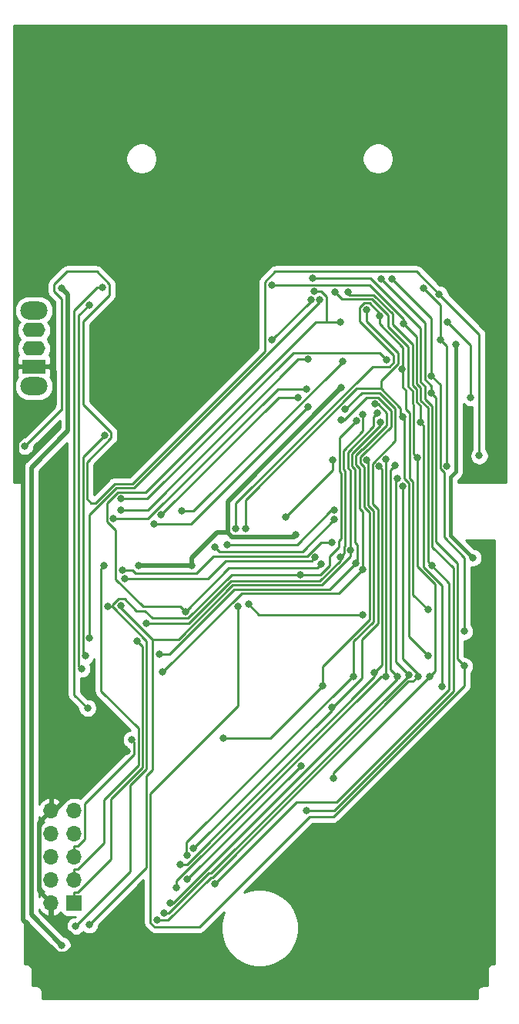
<source format=gbl>
%TF.GenerationSoftware,KiCad,Pcbnew,(5.1.10-1-10_14)*%
%TF.CreationDate,2023-03-17T22:16:36+08:00*%
%TF.ProjectId,GB_MemoryBackup_Mainboard,47425f4d-656d-46f7-9279-4261636b7570,1.2*%
%TF.SameCoordinates,Original*%
%TF.FileFunction,Copper,L2,Bot*%
%TF.FilePolarity,Positive*%
%FSLAX46Y46*%
G04 Gerber Fmt 4.6, Leading zero omitted, Abs format (unit mm)*
G04 Created by KiCad (PCBNEW (5.1.10-1-10_14)) date 2023-03-17 22:16:36*
%MOMM*%
%LPD*%
G01*
G04 APERTURE LIST*
%TA.AperFunction,ComponentPad*%
%ADD10O,3.000000X2.000000*%
%TD*%
%TA.AperFunction,ComponentPad*%
%ADD11O,2.500000X1.600000*%
%TD*%
%TA.AperFunction,ComponentPad*%
%ADD12R,2.500000X1.600000*%
%TD*%
%TA.AperFunction,ComponentPad*%
%ADD13R,1.700000X1.700000*%
%TD*%
%TA.AperFunction,ComponentPad*%
%ADD14O,1.700000X1.700000*%
%TD*%
%TA.AperFunction,ViaPad*%
%ADD15C,0.800000*%
%TD*%
%TA.AperFunction,Conductor*%
%ADD16C,0.500000*%
%TD*%
%TA.AperFunction,Conductor*%
%ADD17C,0.400000*%
%TD*%
%TA.AperFunction,Conductor*%
%ADD18C,0.250000*%
%TD*%
%TA.AperFunction,Conductor*%
%ADD19C,0.254000*%
%TD*%
%TA.AperFunction,Conductor*%
%ADD20C,0.100000*%
%TD*%
G04 APERTURE END LIST*
D10*
%TO.P,SW1,4*%
%TO.N,N/C*%
X64770000Y-72050000D03*
%TO.P,SW1,5*%
X64770000Y-80350000D03*
D11*
%TO.P,SW1,3*%
X64770000Y-74200000D03*
%TO.P,SW1,2*%
%TO.N,/~SW_1*%
X64770000Y-76200000D03*
D12*
%TO.P,SW1,1*%
%TO.N,GND*%
X64770000Y-78200000D03*
%TD*%
D13*
%TO.P,J3,1*%
%TO.N,/TCK*%
X69215000Y-137160000D03*
D14*
%TO.P,J3,2*%
%TO.N,GND*%
X66675000Y-137160000D03*
%TO.P,J3,3*%
%TO.N,/TDO*%
X69215000Y-134620000D03*
%TO.P,J3,4*%
%TO.N,+5V*%
X66675000Y-134620000D03*
%TO.P,J3,5*%
%TO.N,/TMS*%
X69215000Y-132080000D03*
%TO.P,J3,6*%
%TO.N,N/C*%
X66675000Y-132080000D03*
%TO.P,J3,7*%
X69215000Y-129540000D03*
%TO.P,J3,8*%
X66675000Y-129540000D03*
%TO.P,J3,9*%
%TO.N,/TDI*%
X69215000Y-127000000D03*
%TO.P,J3,10*%
%TO.N,GND*%
X66675000Y-127000000D03*
%TD*%
D15*
%TO.N,+5V*%
X76271900Y-100082800D03*
X82162000Y-100082800D03*
X93580400Y-96710000D03*
X98566000Y-80532000D03*
%TO.N,GND*%
X113000000Y-145804500D03*
X75036700Y-120488500D03*
X73460200Y-119235100D03*
X65749899Y-83639899D03*
%TO.N,/AAudioIn*%
X111189700Y-75788800D03*
X113034500Y-99199900D03*
%TO.N,/~ARST*%
X63777100Y-86944700D03*
X109350000Y-70250000D03*
X113735200Y-87993800D03*
%TO.N,/AD7*%
X112785200Y-81606600D03*
X110260500Y-73316200D03*
X84706600Y-98009900D03*
X97830600Y-95007100D03*
%TO.N,/AD6*%
X86015800Y-97790700D03*
X97830600Y-94006700D03*
X110178200Y-89126000D03*
X109508000Y-75241300D03*
X107629700Y-69603000D03*
%TO.N,/AD5*%
X102800800Y-72656000D03*
X105232100Y-78505800D03*
X108127900Y-104909800D03*
X86989800Y-96025900D03*
%TO.N,/AD4*%
X104159100Y-68568900D03*
X108490600Y-79213200D03*
X112105600Y-107307500D03*
X88385200Y-104303900D03*
X100944700Y-105451300D03*
%TO.N,/AD3*%
X102923700Y-68568400D03*
X108487400Y-81101400D03*
X87208700Y-104542200D03*
X112107100Y-111110500D03*
%TO.N,/AD2*%
X101367200Y-71955300D03*
X108116000Y-109943600D03*
X105334600Y-83722500D03*
X88042100Y-96007100D03*
%TO.N,/AD1*%
X107235600Y-84345400D03*
X109688600Y-113385200D03*
X99350000Y-70043790D03*
%TO.N,/AD0*%
X97712800Y-123444400D03*
X106926300Y-88194400D03*
X108279900Y-112266600D03*
X97850000Y-69970000D03*
%TO.N,/AA14*%
X94777600Y-126974500D03*
X95451155Y-68487994D03*
%TO.N,/AA13*%
X98511800Y-73339900D03*
X81414400Y-105126400D03*
X96347200Y-99916900D03*
X95625000Y-69937995D03*
%TO.N,/AA12*%
X98533800Y-84044400D03*
X90931700Y-75292100D03*
X85619100Y-119060800D03*
X96546300Y-113310200D03*
X95215710Y-70850400D03*
%TO.N,/AA11*%
X78930500Y-111793700D03*
X102295000Y-82316000D03*
X100955200Y-100463300D03*
%TO.N,/AA10*%
X108508000Y-100059300D03*
X84674000Y-135051000D03*
X105436700Y-73477200D03*
X90940000Y-69210000D03*
%TO.N,/AA9*%
X78557400Y-109796700D03*
X102863200Y-84344800D03*
X100144500Y-99797500D03*
%TO.N,/AA8*%
X77117900Y-106413000D03*
X98439800Y-99097500D03*
X100964000Y-83436900D03*
%TO.N,/AA7*%
X82299200Y-131147500D03*
X99017700Y-82912400D03*
X97501100Y-115646700D03*
%TO.N,/AA6*%
X81618300Y-131881400D03*
X101357500Y-88466200D03*
X99937200Y-112225900D03*
%TO.N,/AA5*%
X92458300Y-94770700D03*
X97655300Y-88437700D03*
X81626600Y-134564400D03*
X94145000Y-122061300D03*
%TO.N,/AA4*%
X102713600Y-89161700D03*
X80847900Y-132888300D03*
X102235000Y-111827000D03*
%TO.N,/AA3*%
X103505000Y-88370500D03*
X80472300Y-135470600D03*
X103505000Y-112234400D03*
%TO.N,/AA2*%
X79718200Y-137145300D03*
X104478300Y-89081700D03*
X104775000Y-112261200D03*
%TO.N,/AA1*%
X79079900Y-138280500D03*
X104712300Y-90511400D03*
X105987700Y-112081100D03*
%TO.N,/AA0*%
X78332200Y-139028200D03*
X105286900Y-91351600D03*
X107006200Y-112255100D03*
%TO.N,/~ASRAM_CS*%
X70675500Y-115729400D03*
X72330400Y-69477700D03*
%TO.N,/~ARD*%
X74346000Y-104483100D03*
X70850000Y-139540900D03*
X99590500Y-98334600D03*
X102568800Y-83316400D03*
%TO.N,/~AWR*%
X72897800Y-104581700D03*
X100238700Y-84135300D03*
X94101500Y-101042800D03*
X69350000Y-139687200D03*
%TO.N,/ACLK*%
X67850000Y-141800600D03*
X67850000Y-69560900D03*
%TO.N,/AA15_T*%
X70910900Y-108024900D03*
X96215700Y-70845700D03*
%TO.N,/~ARD_T*%
X70012600Y-111436800D03*
X70850000Y-71410500D03*
%TO.N,/~AWR_T*%
X70435500Y-110004300D03*
X72529700Y-85744200D03*
%TO.N,/TCK*%
X76127800Y-108331800D03*
%TO.N,/TDO*%
X72516100Y-100038700D03*
%TO.N,/TMS*%
X75513800Y-119188200D03*
%TO.N,/F010_A14*%
X95684400Y-99164900D03*
X74743900Y-101546800D03*
%TO.N,/~F_CE_010*%
X97575900Y-97491000D03*
X74479400Y-100546400D03*
%TO.N,/F040_A17*%
X94893900Y-77419600D03*
X74318000Y-93954400D03*
%TO.N,/F040_A14*%
X98730800Y-77643100D03*
X81028200Y-94094100D03*
%TO.N,/~F_CE_040*%
X103573200Y-77476200D03*
X74308700Y-92713900D03*
%TO.N,/F040_A15*%
X94909700Y-82667700D03*
X77998600Y-95496000D03*
%TO.N,/F040_A16*%
X93810500Y-81577300D03*
X78743000Y-94515400D03*
%TO.N,/F040_A18*%
X94764100Y-80645000D03*
X73509400Y-94920000D03*
%TD*%
D16*
%TO.N,+5V*%
X86083300Y-96450300D02*
X84913300Y-96450300D01*
X84913300Y-96450300D02*
X82162000Y-99201600D01*
X82162000Y-99201600D02*
X82162000Y-100082800D01*
X82162000Y-100082800D02*
X76271900Y-100082800D01*
X86083300Y-96450300D02*
X86559300Y-96926300D01*
X86559300Y-96926300D02*
X93364100Y-96926300D01*
X93364100Y-96926300D02*
X93580400Y-96710000D01*
X98566000Y-80532000D02*
X86083300Y-93014700D01*
X86083300Y-93014700D02*
X86083300Y-96450300D01*
%TO.N,GND*%
X73571700Y-120488500D02*
X73571700Y-119346600D01*
X73571700Y-119346600D02*
X73460200Y-119235100D01*
X66675000Y-127000000D02*
X67060200Y-127000000D01*
X67060200Y-127000000D02*
X73571700Y-120488500D01*
X73571700Y-120488500D02*
X75036700Y-120488500D01*
X69134700Y-141937000D02*
X68296100Y-142775600D01*
X68296100Y-142775600D02*
X67372100Y-142775600D01*
X67372100Y-142775600D02*
X63610400Y-139013900D01*
X63610400Y-139013900D02*
X63610400Y-88773600D01*
X113000000Y-145804500D02*
X73002200Y-145804500D01*
X73002200Y-145804500D02*
X69134700Y-141937000D01*
X66675000Y-138510300D02*
X69134700Y-140970000D01*
X69134700Y-140970000D02*
X69134700Y-141937000D01*
X66675000Y-127000000D02*
X65324600Y-128350400D01*
X65324600Y-128350400D02*
X65324600Y-135809600D01*
X65324600Y-135809600D02*
X66675000Y-137160000D01*
X66675000Y-137160000D02*
X66675000Y-138510300D01*
X66520300Y-78200000D02*
X67045500Y-78725200D01*
X64770000Y-78200000D02*
X66520300Y-78200000D01*
X63610400Y-88773600D02*
X62877099Y-88040299D01*
X62877099Y-86512699D02*
X62877099Y-88040299D01*
X67045500Y-78725200D02*
X67045500Y-82344298D01*
X67045500Y-82344298D02*
X65749899Y-83639899D01*
X65749899Y-83639899D02*
X62877099Y-86512699D01*
D17*
%TO.N,/AAudioIn*%
X113034500Y-99199900D02*
X110604600Y-96770000D01*
X110604600Y-96770000D02*
X110604600Y-90344500D01*
X110604600Y-90344500D02*
X111189700Y-89759400D01*
X111189700Y-89759400D02*
X111189700Y-75788800D01*
D18*
%TO.N,/~ARST*%
X67790000Y-70751502D02*
X67004999Y-69966501D01*
X106862993Y-67762993D02*
X109350000Y-70250000D01*
X67004999Y-69155299D02*
X68397305Y-67762993D01*
X67004999Y-69966501D02*
X67004999Y-69155299D01*
X67741800Y-82980000D02*
X67790000Y-82980000D01*
X63777100Y-86944700D02*
X67741800Y-82980000D01*
X67790000Y-82980000D02*
X67790000Y-70751502D01*
X109350000Y-70250000D02*
X113740000Y-74640000D01*
X113740000Y-87989000D02*
X113735200Y-87993800D01*
X113740000Y-74640000D02*
X113740000Y-87989000D01*
X73055401Y-70354599D02*
X70156110Y-73253890D01*
X73055401Y-69129699D02*
X73055401Y-70354599D01*
X71688695Y-67762993D02*
X73055401Y-69129699D01*
X68397305Y-67762993D02*
X71688695Y-67762993D01*
X70156110Y-73253890D02*
X70156110Y-82336110D01*
X73254701Y-85434701D02*
X73254701Y-86055299D01*
X70156110Y-82336110D02*
X73254701Y-85434701D01*
X73254701Y-86055299D02*
X70606410Y-88703590D01*
X75625790Y-91080000D02*
X90200000Y-76505790D01*
X91314005Y-67762993D02*
X106862993Y-67762993D01*
X90200000Y-68876998D02*
X91314005Y-67762993D01*
X90200000Y-76505790D02*
X90200000Y-68876998D01*
X75625790Y-91080000D02*
X73643590Y-91080000D01*
X73643590Y-91080000D02*
X71553590Y-93170000D01*
X71553590Y-93170000D02*
X71050000Y-93170000D01*
X70606410Y-92726410D02*
X70606410Y-88703590D01*
X71050000Y-93170000D02*
X70606410Y-92726410D01*
%TO.N,/AD7*%
X112785200Y-81606600D02*
X112785200Y-75840900D01*
X112785200Y-75840900D02*
X110260500Y-73316200D01*
X84706600Y-98009900D02*
X85212700Y-98516000D01*
X85212700Y-98516000D02*
X94321700Y-98516000D01*
X94321700Y-98516000D02*
X97830600Y-95007100D01*
%TO.N,/AD6*%
X109508000Y-75241300D02*
X110178200Y-75911500D01*
X110178200Y-75911500D02*
X110178200Y-89126000D01*
X107629700Y-69603000D02*
X109508000Y-71481300D01*
X109508000Y-71481300D02*
X109508000Y-75241300D01*
X86015800Y-97790700D02*
X93697000Y-97790700D01*
X93697000Y-97790700D02*
X97481000Y-94006700D01*
X97481000Y-94006700D02*
X97830600Y-94006700D01*
%TO.N,/AD5*%
X102800800Y-72656000D02*
X102800800Y-73514100D01*
X102800800Y-73514100D02*
X105369600Y-76082900D01*
X105369600Y-76082900D02*
X105369600Y-78505800D01*
X86989800Y-96025900D02*
X86989800Y-93212900D01*
X86989800Y-93212900D02*
X102001200Y-78201500D01*
X102001200Y-78201500D02*
X103873800Y-78201500D01*
X103873800Y-78201500D02*
X104354700Y-77720600D01*
X104354700Y-77720600D02*
X104354700Y-76923200D01*
X104354700Y-76923200D02*
X100626500Y-73195000D01*
X100626500Y-73195000D02*
X100626500Y-71670300D01*
X100626500Y-71670300D02*
X101078000Y-71218800D01*
X101078000Y-71218800D02*
X101656600Y-71218800D01*
X101656600Y-71218800D02*
X102800800Y-72363000D01*
X102800800Y-72363000D02*
X102800800Y-72656000D01*
X105369600Y-78505800D02*
X105232100Y-78505800D01*
X108127900Y-104909800D02*
X106462500Y-103244400D01*
X106462500Y-103244400D02*
X106462500Y-90864500D01*
X106462500Y-90864500D02*
X106060000Y-90462000D01*
X106060000Y-90462000D02*
X106060000Y-83290700D01*
X106060000Y-83290700D02*
X105661800Y-82892500D01*
X105661800Y-82892500D02*
X105661800Y-80801100D01*
X105661800Y-80801100D02*
X105369600Y-80508900D01*
X105369600Y-80508900D02*
X105369600Y-78505800D01*
%TO.N,/AD4*%
X108490600Y-79213200D02*
X108490600Y-72900400D01*
X108490600Y-72900400D02*
X104159100Y-68568900D01*
X100944700Y-105451300D02*
X89532600Y-105451300D01*
X89532600Y-105451300D02*
X88385200Y-104303900D01*
X108490600Y-79213200D02*
X109452900Y-80175500D01*
X109452900Y-80175500D02*
X109452900Y-89426400D01*
X109452900Y-89426400D02*
X109882500Y-89856000D01*
X109882500Y-89856000D02*
X109882600Y-89856000D01*
X109882600Y-89856000D02*
X109882600Y-96960700D01*
X109882600Y-96960700D02*
X112105600Y-99183700D01*
X112105600Y-99183700D02*
X112105600Y-107307500D01*
%TO.N,/AD3*%
X112107100Y-111110500D02*
X112107100Y-113266500D01*
X112107100Y-113266500D02*
X97714400Y-127659200D01*
X97714400Y-127659200D02*
X95118700Y-127659200D01*
X95118700Y-127659200D02*
X83004000Y-139773900D01*
X83004000Y-139773900D02*
X78032500Y-139773900D01*
X78032500Y-139773900D02*
X77594300Y-139335700D01*
X77594300Y-139335700D02*
X77594300Y-125093400D01*
X77594300Y-125093400D02*
X87208700Y-115479000D01*
X87208700Y-115479000D02*
X87208700Y-104542200D01*
X102923700Y-68568400D02*
X107758700Y-73403400D01*
X107758700Y-73403400D02*
X107758700Y-79600800D01*
X107758700Y-79600800D02*
X108487400Y-80329500D01*
X108487400Y-80329500D02*
X108487400Y-81101400D01*
X108487400Y-81101400D02*
X109002600Y-81616600D01*
X109002600Y-81616600D02*
X109002600Y-97466700D01*
X109002600Y-97466700D02*
X111337800Y-99801900D01*
X111337800Y-99801900D02*
X111337800Y-110341200D01*
X111337800Y-110341200D02*
X112107100Y-111110500D01*
%TO.N,/AD2*%
X101367200Y-71955300D02*
X101367200Y-73226300D01*
X101367200Y-73226300D02*
X104861900Y-76721000D01*
X104861900Y-76721000D02*
X104861900Y-77850300D01*
X104861900Y-77850300D02*
X102932900Y-79779300D01*
X102932900Y-79779300D02*
X102932900Y-80621000D01*
X102932900Y-80621000D02*
X105077300Y-82765400D01*
X105077300Y-82765400D02*
X105077300Y-83465200D01*
X105077300Y-83465200D02*
X105334600Y-83722500D01*
X108116000Y-109943600D02*
X106012200Y-107839800D01*
X106012200Y-107839800D02*
X106012200Y-91051100D01*
X106012200Y-91051100D02*
X105458600Y-90497500D01*
X105458600Y-90497500D02*
X105458600Y-83846500D01*
X105458600Y-83846500D02*
X105334600Y-83722500D01*
X88042100Y-96007100D02*
X88042100Y-92862300D01*
X88042100Y-92862300D02*
X100283400Y-80621000D01*
X100283400Y-80621000D02*
X102932900Y-80621000D01*
%TO.N,/AD1*%
X104196800Y-72389100D02*
X104196800Y-73556700D01*
X104196800Y-73556700D02*
X106407800Y-75767700D01*
X106407800Y-75767700D02*
X106407800Y-80273300D01*
X106407800Y-80273300D02*
X106837400Y-80702900D01*
X106837400Y-80702900D02*
X106837400Y-82101500D01*
X106837400Y-82101500D02*
X107235600Y-82499700D01*
X107235600Y-82499700D02*
X107235600Y-84345400D01*
X107235600Y-84345400D02*
X107651700Y-84761500D01*
X107651700Y-84761500D02*
X107651700Y-100228700D01*
X107651700Y-100228700D02*
X109688600Y-102265600D01*
X109688600Y-102265600D02*
X109688600Y-113385200D01*
X104196800Y-72389100D02*
X102126480Y-70318780D01*
X99350000Y-70160000D02*
X99508780Y-70318780D01*
X99508780Y-70318780D02*
X102126480Y-70318780D01*
X99350000Y-70043790D02*
X99350000Y-70160000D01*
%TO.N,/AD0*%
X108279900Y-112266600D02*
X108853700Y-111692800D01*
X108853700Y-111692800D02*
X108853700Y-102067600D01*
X108853700Y-102067600D02*
X106926300Y-100140200D01*
X106926300Y-100140200D02*
X106926300Y-88194400D01*
X108279900Y-112266600D02*
X97712800Y-122833700D01*
X97712800Y-122833700D02*
X97712800Y-123444400D01*
X98648790Y-70768790D02*
X97850000Y-69970000D01*
X103746500Y-72575210D02*
X101940080Y-70768790D01*
X103746500Y-73822800D02*
X103746500Y-72575210D01*
X105957500Y-76033800D02*
X103746500Y-73822800D01*
X101940080Y-70768790D02*
X98648790Y-70768790D01*
X105957500Y-80459900D02*
X105957500Y-76033800D01*
X106926300Y-88194400D02*
X106510300Y-87778400D01*
X106387100Y-82288100D02*
X106387100Y-80889500D01*
X106387100Y-80889500D02*
X105957500Y-80459900D01*
X106510300Y-82411300D02*
X106387100Y-82288100D01*
X106510300Y-87778400D02*
X106510300Y-82411300D01*
%TO.N,/AA14*%
X107308400Y-74226900D02*
X107308400Y-79900100D01*
X107308400Y-79900100D02*
X107758700Y-80350400D01*
X107758700Y-80350400D02*
X107758700Y-81748900D01*
X107758700Y-81748900D02*
X108552300Y-82542500D01*
X108552300Y-82542500D02*
X108552300Y-98028500D01*
X108552300Y-98028500D02*
X110887400Y-100363600D01*
X110887400Y-100363600D02*
X110887400Y-113849300D01*
X110887400Y-113849300D02*
X97762200Y-126974500D01*
X97762200Y-126974500D02*
X94777600Y-126974500D01*
X107307910Y-74226900D02*
X107308400Y-74226900D01*
X107308400Y-74026102D02*
X107308400Y-74226900D01*
X101770292Y-68487994D02*
X107308400Y-74026102D01*
X95451155Y-68487994D02*
X101770292Y-68487994D01*
%TO.N,/AA13*%
X96946800Y-73339900D02*
X98511800Y-73339900D01*
X96946800Y-73339900D02*
X95719200Y-73339900D01*
X95719200Y-73339900D02*
X77070500Y-91988600D01*
X77070500Y-91988600D02*
X74008300Y-91988600D01*
X74008300Y-91988600D02*
X72784100Y-93212800D01*
X72784100Y-93212800D02*
X72784100Y-95220400D01*
X72784100Y-95220400D02*
X73754000Y-96190300D01*
X73754000Y-96190300D02*
X73754000Y-101582800D01*
X73754000Y-101582800D02*
X76766300Y-104595100D01*
X76766300Y-104595100D02*
X80883100Y-104595100D01*
X80883100Y-104595100D02*
X81414400Y-105126400D01*
X96347200Y-99916900D02*
X95954400Y-100309700D01*
X95954400Y-100309700D02*
X86231100Y-100309700D01*
X86231100Y-100309700D02*
X81414400Y-105126400D01*
X96946800Y-70501500D02*
X96946800Y-73339900D01*
X96944502Y-70501500D02*
X96946800Y-70501500D01*
X96380997Y-69937995D02*
X96944502Y-70501500D01*
X95625000Y-69937995D02*
X96380997Y-69937995D01*
%TO.N,/AA12*%
X98533800Y-84044400D02*
X98911500Y-84044400D01*
X98911500Y-84044400D02*
X101365100Y-81590800D01*
X101365100Y-81590800D02*
X101365100Y-81590700D01*
X101365100Y-81590700D02*
X102605700Y-81590700D01*
X102605700Y-81590700D02*
X104038800Y-83023800D01*
X104038800Y-83023800D02*
X104038800Y-84831900D01*
X104038800Y-84831900D02*
X101129800Y-87740900D01*
X101129800Y-87740900D02*
X101057100Y-87740900D01*
X101057100Y-87740900D02*
X100632200Y-88165800D01*
X100632200Y-88165800D02*
X100632200Y-88766600D01*
X100632200Y-88766600D02*
X101076200Y-89210600D01*
X101076200Y-89210600D02*
X101076200Y-93618100D01*
X101076200Y-93618100D02*
X101680600Y-94222500D01*
X101680600Y-94222500D02*
X101680600Y-106021800D01*
X101680600Y-106021800D02*
X96546300Y-111156100D01*
X96546300Y-111156100D02*
X96546300Y-113310200D01*
X85619100Y-119060800D02*
X90795700Y-119060800D01*
X90795700Y-119060800D02*
X96546300Y-113310200D01*
X95215710Y-71008090D02*
X95215710Y-70850400D01*
X90931700Y-75292100D02*
X95215710Y-71008090D01*
%TO.N,/AA11*%
X100955200Y-100463300D02*
X98297300Y-103121200D01*
X98297300Y-103121200D02*
X87603000Y-103121200D01*
X87603000Y-103121200D02*
X78930500Y-111793700D01*
X102295000Y-82316000D02*
X102633200Y-82316000D01*
X102633200Y-82316000D02*
X103588500Y-83271300D01*
X103588500Y-83271300D02*
X103588500Y-84645300D01*
X103588500Y-84645300D02*
X100943200Y-87290600D01*
X100943200Y-87290600D02*
X100870500Y-87290600D01*
X100870500Y-87290600D02*
X100181900Y-87979200D01*
X100181900Y-87979200D02*
X100181900Y-88953200D01*
X100181900Y-88953200D02*
X100611200Y-89382500D01*
X100611200Y-89382500D02*
X100611200Y-93790000D01*
X100611200Y-93790000D02*
X100955200Y-94134000D01*
X100955200Y-94134000D02*
X100955200Y-100463300D01*
%TO.N,/AA10*%
X108508000Y-100059300D02*
X110437100Y-101988400D01*
X110437100Y-101988400D02*
X110437100Y-113662700D01*
X110437100Y-113662700D02*
X98042900Y-126056900D01*
X98042900Y-126056900D02*
X93668100Y-126056900D01*
X93668100Y-126056900D02*
X84674000Y-135051000D01*
X105436700Y-73477200D02*
X105436700Y-72992100D01*
X105436700Y-73477200D02*
X106858100Y-74898600D01*
X106858100Y-74898600D02*
X106858100Y-80086700D01*
X106858100Y-80086700D02*
X107308300Y-80536900D01*
X107308300Y-80536900D02*
X107308300Y-81935500D01*
X107308300Y-81935500D02*
X108102000Y-82729200D01*
X108102000Y-82729200D02*
X108102000Y-99653300D01*
X108102000Y-99653300D02*
X108508000Y-100059300D01*
X101657594Y-69212994D02*
X91997006Y-69212994D01*
X105436700Y-72992100D02*
X101657594Y-69212994D01*
X91994012Y-69210000D02*
X91997006Y-69212994D01*
X90940000Y-69210000D02*
X91994012Y-69210000D01*
%TO.N,/AA9*%
X100144500Y-99797500D02*
X97273300Y-102668700D01*
X97273300Y-102668700D02*
X86809000Y-102668700D01*
X86809000Y-102668700D02*
X79681000Y-109796700D01*
X79681000Y-109796700D02*
X78557400Y-109796700D01*
X102863200Y-84344800D02*
X102863200Y-84661000D01*
X102863200Y-84661000D02*
X99731600Y-87792600D01*
X99731600Y-87792600D02*
X99731600Y-89139800D01*
X99731600Y-89139800D02*
X100101700Y-89509900D01*
X100101700Y-89509900D02*
X100101700Y-97544900D01*
X100101700Y-97544900D02*
X100367700Y-97810900D01*
X100367700Y-97810900D02*
X100367700Y-99574300D01*
X100367700Y-99574300D02*
X100144500Y-99797500D01*
%TO.N,/AA8*%
X98439800Y-99097500D02*
X98439800Y-99554500D01*
X98439800Y-99554500D02*
X96226200Y-101768100D01*
X96226200Y-101768100D02*
X86435700Y-101768100D01*
X86435700Y-101768100D02*
X81790800Y-106413000D01*
X81790800Y-106413000D02*
X77117900Y-106413000D01*
X100964000Y-83436900D02*
X100964000Y-85286400D01*
X100964000Y-85286400D02*
X98831000Y-87419400D01*
X98831000Y-87419400D02*
X98831000Y-89513000D01*
X98831000Y-89513000D02*
X99006300Y-89688300D01*
X99006300Y-89688300D02*
X99006300Y-97859000D01*
X99006300Y-97859000D02*
X98865100Y-98000200D01*
X98865100Y-98000200D02*
X98865100Y-98672200D01*
X98865100Y-98672200D02*
X98439800Y-99097500D01*
%TO.N,/AA7*%
X97501100Y-115646700D02*
X97501100Y-115945600D01*
X97501100Y-115945600D02*
X82299200Y-131147500D01*
X99017700Y-82912400D02*
X100821500Y-81108600D01*
X100821500Y-81108600D02*
X102764000Y-81108600D01*
X102764000Y-81108600D02*
X104489100Y-82833700D01*
X104489100Y-82833700D02*
X104489100Y-86360500D01*
X104489100Y-86360500D02*
X101988300Y-88861300D01*
X101988300Y-88861300D02*
X101988300Y-93256400D01*
X101988300Y-93256400D02*
X102581200Y-93849300D01*
X102581200Y-93849300D02*
X102581200Y-106395000D01*
X102581200Y-106395000D02*
X100810500Y-108165700D01*
X100810500Y-108165700D02*
X100810500Y-112448100D01*
X100810500Y-112448100D02*
X97611900Y-115646700D01*
X97611900Y-115646700D02*
X97501100Y-115646700D01*
%TO.N,/AA6*%
X99937200Y-112225900D02*
X99830700Y-112225900D01*
X99830700Y-112225900D02*
X81573900Y-130482700D01*
X81573900Y-130482700D02*
X81573900Y-131837000D01*
X81573900Y-131837000D02*
X81618300Y-131881400D01*
X101357500Y-88466200D02*
X101538000Y-88646700D01*
X101538000Y-88646700D02*
X101538000Y-93443000D01*
X101538000Y-93443000D02*
X102130900Y-94035900D01*
X102130900Y-94035900D02*
X102130900Y-106208400D01*
X102130900Y-106208400D02*
X99937200Y-108402100D01*
X99937200Y-108402100D02*
X99937200Y-112225900D01*
%TO.N,/AA5*%
X92458300Y-94770700D02*
X97655300Y-89573700D01*
X97655300Y-89573700D02*
X97655300Y-88437700D01*
X94145000Y-122061300D02*
X81641900Y-134564400D01*
X81641900Y-134564400D02*
X81626600Y-134564400D01*
%TO.N,/AA4*%
X102235000Y-111827000D02*
X103032100Y-111029900D01*
X103032100Y-111029900D02*
X103032100Y-89480200D01*
X103032100Y-89480200D02*
X102713600Y-89161700D01*
X80847900Y-132888300D02*
X81637500Y-132888300D01*
X81637500Y-132888300D02*
X102235000Y-112290800D01*
X102235000Y-112290800D02*
X102235000Y-111827000D01*
%TO.N,/AA3*%
X103505000Y-112234400D02*
X103505000Y-88370500D01*
X103505000Y-112234400D02*
X102928300Y-112234400D01*
X102928300Y-112234400D02*
X80472300Y-134690400D01*
X80472300Y-134690400D02*
X80472300Y-135470600D01*
%TO.N,/AA2*%
X104744400Y-112261200D02*
X104744400Y-112527400D01*
X104744400Y-112527400D02*
X80126500Y-137145300D01*
X80126500Y-137145300D02*
X79718200Y-137145300D01*
X104478300Y-89081700D02*
X103955400Y-89604600D01*
X103955400Y-89604600D02*
X103955400Y-111472200D01*
X103955400Y-111472200D02*
X104744400Y-112261200D01*
X104775000Y-112261200D02*
X104744400Y-112261200D01*
%TO.N,/AA1*%
X79079900Y-138280500D02*
X79628200Y-138280500D01*
X79628200Y-138280500D02*
X84033300Y-133875400D01*
X84033300Y-133875400D02*
X84247400Y-133875400D01*
X84247400Y-133875400D02*
X105975000Y-112147800D01*
X105975000Y-112147800D02*
X105975000Y-112081100D01*
X105975000Y-112081100D02*
X104538900Y-110645000D01*
X104538900Y-110645000D02*
X104538900Y-90684800D01*
X104538900Y-90684800D02*
X104712300Y-90511400D01*
X105975000Y-112081100D02*
X105987700Y-112081100D01*
%TO.N,/AA0*%
X78332200Y-139028200D02*
X79534400Y-139028200D01*
X79534400Y-139028200D02*
X84236900Y-134325700D01*
X84236900Y-134325700D02*
X84434000Y-134325700D01*
X84434000Y-134325700D02*
X105953200Y-112806500D01*
X105953200Y-112806500D02*
X106454800Y-112806500D01*
X106454800Y-112806500D02*
X107006200Y-112255100D01*
X107006200Y-112255100D02*
X107006200Y-112012500D01*
X107006200Y-112012500D02*
X105286900Y-110293200D01*
X105286900Y-110293200D02*
X105286900Y-91351600D01*
%TO.N,/~ASRAM_CS*%
X72330400Y-69477700D02*
X71733600Y-69477700D01*
X71733600Y-69477700D02*
X69208800Y-72002500D01*
X69208800Y-72002500D02*
X69208800Y-114262700D01*
X69208800Y-114262700D02*
X70675500Y-115729400D01*
%TO.N,/~ARD*%
X99590500Y-98334600D02*
X99590500Y-99093900D01*
X99590500Y-99093900D02*
X96466000Y-102218400D01*
X96466000Y-102218400D02*
X86622300Y-102218400D01*
X86622300Y-102218400D02*
X80673400Y-108167300D01*
X80673400Y-108167300D02*
X77813500Y-108167300D01*
X77813500Y-108167300D02*
X74346100Y-104699900D01*
X74346100Y-104699900D02*
X74346100Y-104483100D01*
X74346100Y-104483100D02*
X74346000Y-104483100D01*
X77813500Y-108167300D02*
X77813500Y-122544500D01*
X77813500Y-122544500D02*
X77143900Y-123214100D01*
X77143900Y-123214100D02*
X77143900Y-133247000D01*
X77143900Y-133247000D02*
X70850000Y-139540900D01*
X102568800Y-83316400D02*
X102137800Y-83747400D01*
X102137800Y-83747400D02*
X102137800Y-84749500D01*
X102137800Y-84749500D02*
X99281300Y-87606000D01*
X99281300Y-87606000D02*
X99281300Y-89326400D01*
X99281300Y-89326400D02*
X99590500Y-89635600D01*
X99590500Y-89635600D02*
X99590500Y-98334600D01*
%TO.N,/~AWR*%
X69350000Y-139687200D02*
X75328200Y-133709000D01*
X75328200Y-133709000D02*
X75328300Y-133709000D01*
X75328300Y-133709000D02*
X75328300Y-124235100D01*
X75328300Y-124235100D02*
X77162900Y-122400500D01*
X77162900Y-122400500D02*
X77162900Y-108326000D01*
X77162900Y-108326000D02*
X73418600Y-104581700D01*
X72897800Y-104581700D02*
X73418600Y-104581700D01*
X94101500Y-101042800D02*
X86524100Y-101042800D01*
X86524100Y-101042800D02*
X81712800Y-105854100D01*
X81712800Y-105854100D02*
X77803700Y-105854100D01*
X77803700Y-105854100D02*
X76995000Y-105045400D01*
X76995000Y-105045400D02*
X76062300Y-105045400D01*
X76062300Y-105045400D02*
X74745400Y-103728500D01*
X74745400Y-103728500D02*
X74058500Y-103728500D01*
X74058500Y-103728500D02*
X73418600Y-104368400D01*
X73418600Y-104368400D02*
X73418600Y-104581700D01*
X100238700Y-84135300D02*
X98380700Y-85993300D01*
X98380700Y-85993300D02*
X98380700Y-89699600D01*
X98380700Y-89699600D02*
X98556000Y-89874900D01*
X98556000Y-89874900D02*
X98556000Y-97127100D01*
X98556000Y-97127100D02*
X98301300Y-97381800D01*
X98301300Y-97381800D02*
X98301300Y-98018600D01*
X98301300Y-98018600D02*
X97264200Y-99055700D01*
X97264200Y-99055700D02*
X97264200Y-100040100D01*
X97264200Y-100040100D02*
X96261500Y-101042800D01*
X96261500Y-101042800D02*
X94101500Y-101042800D01*
D16*
%TO.N,/ACLK*%
X68513790Y-70224690D02*
X67850000Y-69560900D01*
X68513790Y-85266210D02*
X68513790Y-70224690D01*
X64480400Y-89299600D02*
X68513790Y-85266210D01*
X64480400Y-138431000D02*
X64480400Y-89299600D01*
X67850000Y-141800600D02*
X64480400Y-138431000D01*
D18*
%TO.N,/AA15_T*%
X96215700Y-70845700D02*
X96215700Y-71126500D01*
X96215700Y-71126500D02*
X75803900Y-91538300D01*
X75803900Y-91538300D02*
X73821700Y-91538300D01*
X73821700Y-91538300D02*
X70910900Y-94449100D01*
X70910900Y-94449100D02*
X70910900Y-108024900D01*
%TO.N,/~ARD_T*%
X70012600Y-111436800D02*
X69706100Y-111130300D01*
X69706100Y-111130300D02*
X69706100Y-72554400D01*
X69706100Y-72554400D02*
X70850000Y-71410500D01*
%TO.N,/~AWR_T*%
X72529700Y-85744200D02*
X70156400Y-88117500D01*
X70156400Y-88117500D02*
X70156400Y-109725200D01*
X70156400Y-109725200D02*
X70435500Y-110004300D01*
%TO.N,/TCK*%
X69215000Y-135984700D02*
X69582300Y-135984700D01*
X69582300Y-135984700D02*
X73226700Y-132340300D01*
X73226700Y-132340300D02*
X73226700Y-125699800D01*
X73226700Y-125699800D02*
X76712600Y-122213900D01*
X76712600Y-122213900D02*
X76712600Y-108916600D01*
X76712600Y-108916600D02*
X76127800Y-108331800D01*
X69215000Y-137160000D02*
X69215000Y-135984700D01*
%TO.N,/TDO*%
X69215000Y-133444700D02*
X69582400Y-133444700D01*
X69582400Y-133444700D02*
X72512700Y-130514400D01*
X72512700Y-130514400D02*
X72512700Y-125776900D01*
X72512700Y-125776900D02*
X76262300Y-122027300D01*
X76262300Y-122027300D02*
X76262300Y-117954100D01*
X76262300Y-117954100D02*
X72172500Y-113864300D01*
X72172500Y-113864300D02*
X72172500Y-100382300D01*
X72172500Y-100382300D02*
X72516100Y-100038700D01*
X69215000Y-134620000D02*
X69215000Y-133444700D01*
%TO.N,/TMS*%
X69215000Y-130904700D02*
X69582400Y-130904700D01*
X69582400Y-130904700D02*
X70390300Y-130096800D01*
X70390300Y-130096800D02*
X70390300Y-126231400D01*
X70390300Y-126231400D02*
X75812000Y-120809700D01*
X75812000Y-120809700D02*
X75812000Y-119486400D01*
X75812000Y-119486400D02*
X75513800Y-119188200D01*
X69215000Y-132080000D02*
X69215000Y-130904700D01*
%TO.N,/F010_A14*%
X95684400Y-99164900D02*
X95297300Y-99552000D01*
X95297300Y-99552000D02*
X85871800Y-99552000D01*
X85871800Y-99552000D02*
X83877000Y-101546800D01*
X83877000Y-101546800D02*
X74743900Y-101546800D01*
%TO.N,/~F_CE_010*%
X74479400Y-100546400D02*
X75639100Y-100546400D01*
X75639100Y-100546400D02*
X75980000Y-100887300D01*
X75980000Y-100887300D02*
X82625800Y-100887300D01*
X82625800Y-100887300D02*
X84490800Y-99022300D01*
X84490800Y-99022300D02*
X94801400Y-99022300D01*
X94801400Y-99022300D02*
X94801400Y-99022200D01*
X94801400Y-99022200D02*
X96332600Y-97491000D01*
X96332600Y-97491000D02*
X97575900Y-97491000D01*
%TO.N,/F040_A17*%
X74318000Y-93954400D02*
X77287500Y-93954400D01*
X77287500Y-93954400D02*
X93822300Y-77419600D01*
X93822300Y-77419600D02*
X94893900Y-77419600D01*
%TO.N,/F040_A14*%
X98730800Y-77643100D02*
X98730800Y-77704100D01*
X98730800Y-77704100D02*
X82340800Y-94094100D01*
X82340800Y-94094100D02*
X81028200Y-94094100D01*
%TO.N,/~F_CE_040*%
X103573200Y-77476200D02*
X102777400Y-76680400D01*
X102777400Y-76680400D02*
X93287700Y-76680400D01*
X93287700Y-76680400D02*
X77254200Y-92713900D01*
X77254200Y-92713900D02*
X74308700Y-92713900D01*
%TO.N,/F040_A15*%
X94909700Y-82667700D02*
X82081400Y-95496000D01*
X82081400Y-95496000D02*
X77998600Y-95496000D01*
%TO.N,/F040_A16*%
X78743000Y-94515400D02*
X91681100Y-81577300D01*
X91681100Y-81577300D02*
X93810500Y-81577300D01*
%TO.N,/F040_A18*%
X73509400Y-94920000D02*
X77309800Y-94920000D01*
X77309800Y-94920000D02*
X91584800Y-80645000D01*
X91584800Y-80645000D02*
X94764100Y-80645000D01*
%TD*%
D19*
%TO.N,GND*%
X115415001Y-143815000D02*
X115333647Y-143815000D01*
X115300000Y-143811686D01*
X115266353Y-143815000D01*
X115165717Y-143824912D01*
X115036594Y-143864081D01*
X114917593Y-143927688D01*
X114813289Y-144013289D01*
X114727688Y-144117593D01*
X114664081Y-144236594D01*
X114624912Y-144365717D01*
X114611686Y-144500000D01*
X114615001Y-144533657D01*
X114615000Y-146215000D01*
X114233647Y-146215000D01*
X114200000Y-146211686D01*
X114166353Y-146215000D01*
X114065717Y-146224912D01*
X113936594Y-146264081D01*
X113817593Y-146327688D01*
X113713289Y-146413289D01*
X113627688Y-146517593D01*
X113564081Y-146636594D01*
X113524912Y-146765717D01*
X113511686Y-146900000D01*
X113515001Y-146933657D01*
X113515001Y-147637500D01*
X65685000Y-147637500D01*
X65685000Y-146933646D01*
X65688314Y-146900000D01*
X65675088Y-146765717D01*
X65635919Y-146636594D01*
X65572312Y-146517593D01*
X65486711Y-146413289D01*
X65382407Y-146327688D01*
X65263406Y-146264081D01*
X65134283Y-146224912D01*
X65033647Y-146215000D01*
X65000000Y-146211686D01*
X64966353Y-146215000D01*
X64585000Y-146215000D01*
X64585000Y-144533646D01*
X64588314Y-144500000D01*
X64575088Y-144365717D01*
X64535919Y-144236594D01*
X64472312Y-144117593D01*
X64386711Y-144013289D01*
X64282407Y-143927688D01*
X64163406Y-143864081D01*
X64034283Y-143824912D01*
X63933647Y-143815000D01*
X63900000Y-143811686D01*
X63866353Y-143815000D01*
X63785000Y-143815000D01*
X63785000Y-138978685D01*
X63851583Y-139059817D01*
X63885356Y-139087534D01*
X66843465Y-142045644D01*
X66854774Y-142102498D01*
X66932795Y-142290856D01*
X67046063Y-142460374D01*
X67190226Y-142604537D01*
X67359744Y-142717805D01*
X67548102Y-142795826D01*
X67748061Y-142835600D01*
X67951939Y-142835600D01*
X68151898Y-142795826D01*
X68340256Y-142717805D01*
X68509774Y-142604537D01*
X68653937Y-142460374D01*
X68767205Y-142290856D01*
X68845226Y-142102498D01*
X68885000Y-141902539D01*
X68885000Y-141698661D01*
X68845226Y-141498702D01*
X68767205Y-141310344D01*
X68653937Y-141140826D01*
X68509774Y-140996663D01*
X68340256Y-140883395D01*
X68151898Y-140805374D01*
X68095044Y-140794065D01*
X65365400Y-138064422D01*
X65365400Y-137847226D01*
X65403359Y-137926920D01*
X65577412Y-138160269D01*
X65793645Y-138355178D01*
X66043748Y-138504157D01*
X66318109Y-138601481D01*
X66548000Y-138480814D01*
X66548000Y-137287000D01*
X66528000Y-137287000D01*
X66528000Y-137033000D01*
X66548000Y-137033000D01*
X66548000Y-137013000D01*
X66802000Y-137013000D01*
X66802000Y-137033000D01*
X66822000Y-137033000D01*
X66822000Y-137287000D01*
X66802000Y-137287000D01*
X66802000Y-138480814D01*
X67031891Y-138601481D01*
X67306252Y-138504157D01*
X67556355Y-138355178D01*
X67752502Y-138178374D01*
X67775498Y-138254180D01*
X67834463Y-138364494D01*
X67913815Y-138461185D01*
X68010506Y-138540537D01*
X68120820Y-138599502D01*
X68240518Y-138635812D01*
X68365000Y-138648072D01*
X69314327Y-138648072D01*
X69310199Y-138652200D01*
X69248061Y-138652200D01*
X69048102Y-138691974D01*
X68859744Y-138769995D01*
X68690226Y-138883263D01*
X68546063Y-139027426D01*
X68432795Y-139196944D01*
X68354774Y-139385302D01*
X68315000Y-139585261D01*
X68315000Y-139789139D01*
X68354774Y-139989098D01*
X68432795Y-140177456D01*
X68546063Y-140346974D01*
X68690226Y-140491137D01*
X68859744Y-140604405D01*
X69048102Y-140682426D01*
X69248061Y-140722200D01*
X69451939Y-140722200D01*
X69651898Y-140682426D01*
X69840256Y-140604405D01*
X70009774Y-140491137D01*
X70153937Y-140346974D01*
X70169328Y-140323939D01*
X70190226Y-140344837D01*
X70359744Y-140458105D01*
X70548102Y-140536126D01*
X70748061Y-140575900D01*
X70951939Y-140575900D01*
X71151898Y-140536126D01*
X71340256Y-140458105D01*
X71509774Y-140344837D01*
X71653937Y-140200674D01*
X71767205Y-140031156D01*
X71845226Y-139842798D01*
X71885000Y-139642839D01*
X71885000Y-139580701D01*
X76834300Y-134631402D01*
X76834300Y-139298378D01*
X76830624Y-139335700D01*
X76834300Y-139373022D01*
X76834300Y-139373032D01*
X76845297Y-139484685D01*
X76870631Y-139568201D01*
X76888754Y-139627946D01*
X76959326Y-139759976D01*
X76982489Y-139788200D01*
X77054299Y-139875701D01*
X77083302Y-139899503D01*
X77468700Y-140284902D01*
X77492499Y-140313901D01*
X77608224Y-140408874D01*
X77740253Y-140479446D01*
X77883514Y-140522903D01*
X77995167Y-140533900D01*
X77995176Y-140533900D01*
X78032499Y-140537576D01*
X78069822Y-140533900D01*
X82966678Y-140533900D01*
X83004000Y-140537576D01*
X83041322Y-140533900D01*
X83041333Y-140533900D01*
X83152986Y-140522903D01*
X83296247Y-140479446D01*
X83428276Y-140408874D01*
X83544001Y-140313901D01*
X83567804Y-140284897D01*
X85676944Y-138175757D01*
X85480372Y-138650324D01*
X85315730Y-139478036D01*
X85315730Y-140321964D01*
X85480372Y-141149676D01*
X85803329Y-141929363D01*
X86272190Y-142631063D01*
X86868937Y-143227810D01*
X87570637Y-143696671D01*
X88350324Y-144019628D01*
X89178036Y-144184270D01*
X90021964Y-144184270D01*
X90849676Y-144019628D01*
X91629363Y-143696671D01*
X92331063Y-143227810D01*
X92927810Y-142631063D01*
X93396671Y-141929363D01*
X93719628Y-141149676D01*
X93884270Y-140321964D01*
X93884270Y-139478036D01*
X93719628Y-138650324D01*
X93396671Y-137870637D01*
X92927810Y-137168937D01*
X92331063Y-136572190D01*
X91629363Y-136103329D01*
X90849676Y-135780372D01*
X90021964Y-135615730D01*
X89178036Y-135615730D01*
X88350324Y-135780372D01*
X87875757Y-135976944D01*
X95433502Y-128419200D01*
X97677078Y-128419200D01*
X97714400Y-128422876D01*
X97751722Y-128419200D01*
X97751733Y-128419200D01*
X97863386Y-128408203D01*
X98006647Y-128364746D01*
X98138676Y-128294174D01*
X98254401Y-128199201D01*
X98278204Y-128170197D01*
X112618103Y-113830299D01*
X112647101Y-113806501D01*
X112742074Y-113690776D01*
X112812646Y-113558747D01*
X112856103Y-113415486D01*
X112867100Y-113303833D01*
X112870777Y-113266500D01*
X112867100Y-113229167D01*
X112867100Y-111814211D01*
X112911037Y-111770274D01*
X113024305Y-111600756D01*
X113102326Y-111412398D01*
X113142100Y-111212439D01*
X113142100Y-111008561D01*
X113102326Y-110808602D01*
X113024305Y-110620244D01*
X112911037Y-110450726D01*
X112766874Y-110306563D01*
X112597356Y-110193295D01*
X112408998Y-110115274D01*
X112209039Y-110075500D01*
X112146902Y-110075500D01*
X112097800Y-110026398D01*
X112097800Y-108342500D01*
X112207539Y-108342500D01*
X112407498Y-108302726D01*
X112595856Y-108224705D01*
X112765374Y-108111437D01*
X112909537Y-107967274D01*
X113022805Y-107797756D01*
X113100826Y-107609398D01*
X113140600Y-107409439D01*
X113140600Y-107205561D01*
X113100826Y-107005602D01*
X113022805Y-106817244D01*
X112909537Y-106647726D01*
X112865600Y-106603789D01*
X112865600Y-100221581D01*
X112932561Y-100234900D01*
X113136439Y-100234900D01*
X113336398Y-100195126D01*
X113524756Y-100117105D01*
X113694274Y-100003837D01*
X113838437Y-99859674D01*
X113951705Y-99690156D01*
X114029726Y-99501798D01*
X114069500Y-99301839D01*
X114069500Y-99097961D01*
X114029726Y-98898002D01*
X113951705Y-98709644D01*
X113838437Y-98540126D01*
X113694274Y-98395963D01*
X113524756Y-98282695D01*
X113336398Y-98204674D01*
X113191276Y-98175808D01*
X112300468Y-97285000D01*
X115415000Y-97285000D01*
X115415001Y-143815000D01*
%TA.AperFunction,Conductor*%
D20*
G36*
X115415001Y-143815000D02*
G01*
X115333647Y-143815000D01*
X115300000Y-143811686D01*
X115266353Y-143815000D01*
X115165717Y-143824912D01*
X115036594Y-143864081D01*
X114917593Y-143927688D01*
X114813289Y-144013289D01*
X114727688Y-144117593D01*
X114664081Y-144236594D01*
X114624912Y-144365717D01*
X114611686Y-144500000D01*
X114615001Y-144533657D01*
X114615000Y-146215000D01*
X114233647Y-146215000D01*
X114200000Y-146211686D01*
X114166353Y-146215000D01*
X114065717Y-146224912D01*
X113936594Y-146264081D01*
X113817593Y-146327688D01*
X113713289Y-146413289D01*
X113627688Y-146517593D01*
X113564081Y-146636594D01*
X113524912Y-146765717D01*
X113511686Y-146900000D01*
X113515001Y-146933657D01*
X113515001Y-147637500D01*
X65685000Y-147637500D01*
X65685000Y-146933646D01*
X65688314Y-146900000D01*
X65675088Y-146765717D01*
X65635919Y-146636594D01*
X65572312Y-146517593D01*
X65486711Y-146413289D01*
X65382407Y-146327688D01*
X65263406Y-146264081D01*
X65134283Y-146224912D01*
X65033647Y-146215000D01*
X65000000Y-146211686D01*
X64966353Y-146215000D01*
X64585000Y-146215000D01*
X64585000Y-144533646D01*
X64588314Y-144500000D01*
X64575088Y-144365717D01*
X64535919Y-144236594D01*
X64472312Y-144117593D01*
X64386711Y-144013289D01*
X64282407Y-143927688D01*
X64163406Y-143864081D01*
X64034283Y-143824912D01*
X63933647Y-143815000D01*
X63900000Y-143811686D01*
X63866353Y-143815000D01*
X63785000Y-143815000D01*
X63785000Y-138978685D01*
X63851583Y-139059817D01*
X63885356Y-139087534D01*
X66843465Y-142045644D01*
X66854774Y-142102498D01*
X66932795Y-142290856D01*
X67046063Y-142460374D01*
X67190226Y-142604537D01*
X67359744Y-142717805D01*
X67548102Y-142795826D01*
X67748061Y-142835600D01*
X67951939Y-142835600D01*
X68151898Y-142795826D01*
X68340256Y-142717805D01*
X68509774Y-142604537D01*
X68653937Y-142460374D01*
X68767205Y-142290856D01*
X68845226Y-142102498D01*
X68885000Y-141902539D01*
X68885000Y-141698661D01*
X68845226Y-141498702D01*
X68767205Y-141310344D01*
X68653937Y-141140826D01*
X68509774Y-140996663D01*
X68340256Y-140883395D01*
X68151898Y-140805374D01*
X68095044Y-140794065D01*
X65365400Y-138064422D01*
X65365400Y-137847226D01*
X65403359Y-137926920D01*
X65577412Y-138160269D01*
X65793645Y-138355178D01*
X66043748Y-138504157D01*
X66318109Y-138601481D01*
X66548000Y-138480814D01*
X66548000Y-137287000D01*
X66528000Y-137287000D01*
X66528000Y-137033000D01*
X66548000Y-137033000D01*
X66548000Y-137013000D01*
X66802000Y-137013000D01*
X66802000Y-137033000D01*
X66822000Y-137033000D01*
X66822000Y-137287000D01*
X66802000Y-137287000D01*
X66802000Y-138480814D01*
X67031891Y-138601481D01*
X67306252Y-138504157D01*
X67556355Y-138355178D01*
X67752502Y-138178374D01*
X67775498Y-138254180D01*
X67834463Y-138364494D01*
X67913815Y-138461185D01*
X68010506Y-138540537D01*
X68120820Y-138599502D01*
X68240518Y-138635812D01*
X68365000Y-138648072D01*
X69314327Y-138648072D01*
X69310199Y-138652200D01*
X69248061Y-138652200D01*
X69048102Y-138691974D01*
X68859744Y-138769995D01*
X68690226Y-138883263D01*
X68546063Y-139027426D01*
X68432795Y-139196944D01*
X68354774Y-139385302D01*
X68315000Y-139585261D01*
X68315000Y-139789139D01*
X68354774Y-139989098D01*
X68432795Y-140177456D01*
X68546063Y-140346974D01*
X68690226Y-140491137D01*
X68859744Y-140604405D01*
X69048102Y-140682426D01*
X69248061Y-140722200D01*
X69451939Y-140722200D01*
X69651898Y-140682426D01*
X69840256Y-140604405D01*
X70009774Y-140491137D01*
X70153937Y-140346974D01*
X70169328Y-140323939D01*
X70190226Y-140344837D01*
X70359744Y-140458105D01*
X70548102Y-140536126D01*
X70748061Y-140575900D01*
X70951939Y-140575900D01*
X71151898Y-140536126D01*
X71340256Y-140458105D01*
X71509774Y-140344837D01*
X71653937Y-140200674D01*
X71767205Y-140031156D01*
X71845226Y-139842798D01*
X71885000Y-139642839D01*
X71885000Y-139580701D01*
X76834300Y-134631402D01*
X76834300Y-139298378D01*
X76830624Y-139335700D01*
X76834300Y-139373022D01*
X76834300Y-139373032D01*
X76845297Y-139484685D01*
X76870631Y-139568201D01*
X76888754Y-139627946D01*
X76959326Y-139759976D01*
X76982489Y-139788200D01*
X77054299Y-139875701D01*
X77083302Y-139899503D01*
X77468700Y-140284902D01*
X77492499Y-140313901D01*
X77608224Y-140408874D01*
X77740253Y-140479446D01*
X77883514Y-140522903D01*
X77995167Y-140533900D01*
X77995176Y-140533900D01*
X78032499Y-140537576D01*
X78069822Y-140533900D01*
X82966678Y-140533900D01*
X83004000Y-140537576D01*
X83041322Y-140533900D01*
X83041333Y-140533900D01*
X83152986Y-140522903D01*
X83296247Y-140479446D01*
X83428276Y-140408874D01*
X83544001Y-140313901D01*
X83567804Y-140284897D01*
X85676944Y-138175757D01*
X85480372Y-138650324D01*
X85315730Y-139478036D01*
X85315730Y-140321964D01*
X85480372Y-141149676D01*
X85803329Y-141929363D01*
X86272190Y-142631063D01*
X86868937Y-143227810D01*
X87570637Y-143696671D01*
X88350324Y-144019628D01*
X89178036Y-144184270D01*
X90021964Y-144184270D01*
X90849676Y-144019628D01*
X91629363Y-143696671D01*
X92331063Y-143227810D01*
X92927810Y-142631063D01*
X93396671Y-141929363D01*
X93719628Y-141149676D01*
X93884270Y-140321964D01*
X93884270Y-139478036D01*
X93719628Y-138650324D01*
X93396671Y-137870637D01*
X92927810Y-137168937D01*
X92331063Y-136572190D01*
X91629363Y-136103329D01*
X90849676Y-135780372D01*
X90021964Y-135615730D01*
X89178036Y-135615730D01*
X88350324Y-135780372D01*
X87875757Y-135976944D01*
X95433502Y-128419200D01*
X97677078Y-128419200D01*
X97714400Y-128422876D01*
X97751722Y-128419200D01*
X97751733Y-128419200D01*
X97863386Y-128408203D01*
X98006647Y-128364746D01*
X98138676Y-128294174D01*
X98254401Y-128199201D01*
X98278204Y-128170197D01*
X112618103Y-113830299D01*
X112647101Y-113806501D01*
X112742074Y-113690776D01*
X112812646Y-113558747D01*
X112856103Y-113415486D01*
X112867100Y-113303833D01*
X112870777Y-113266500D01*
X112867100Y-113229167D01*
X112867100Y-111814211D01*
X112911037Y-111770274D01*
X113024305Y-111600756D01*
X113102326Y-111412398D01*
X113142100Y-111212439D01*
X113142100Y-111008561D01*
X113102326Y-110808602D01*
X113024305Y-110620244D01*
X112911037Y-110450726D01*
X112766874Y-110306563D01*
X112597356Y-110193295D01*
X112408998Y-110115274D01*
X112209039Y-110075500D01*
X112146902Y-110075500D01*
X112097800Y-110026398D01*
X112097800Y-108342500D01*
X112207539Y-108342500D01*
X112407498Y-108302726D01*
X112595856Y-108224705D01*
X112765374Y-108111437D01*
X112909537Y-107967274D01*
X113022805Y-107797756D01*
X113100826Y-107609398D01*
X113140600Y-107409439D01*
X113140600Y-107205561D01*
X113100826Y-107005602D01*
X113022805Y-106817244D01*
X112909537Y-106647726D01*
X112865600Y-106603789D01*
X112865600Y-100221581D01*
X112932561Y-100234900D01*
X113136439Y-100234900D01*
X113336398Y-100195126D01*
X113524756Y-100117105D01*
X113694274Y-100003837D01*
X113838437Y-99859674D01*
X113951705Y-99690156D01*
X114029726Y-99501798D01*
X114069500Y-99301839D01*
X114069500Y-99097961D01*
X114029726Y-98898002D01*
X113951705Y-98709644D01*
X113838437Y-98540126D01*
X113694274Y-98395963D01*
X113524756Y-98282695D01*
X113336398Y-98204674D01*
X113191276Y-98175808D01*
X112300468Y-97285000D01*
X115415000Y-97285000D01*
X115415001Y-143815000D01*
G37*
%TD.AperFunction*%
D19*
X65521525Y-135566632D02*
X65728368Y-135773475D01*
X65910534Y-135895195D01*
X65793645Y-135964822D01*
X65577412Y-136159731D01*
X65403359Y-136393080D01*
X65365400Y-136472774D01*
X65365400Y-135332974D01*
X65521525Y-135566632D01*
%TA.AperFunction,Conductor*%
D20*
G36*
X65521525Y-135566632D02*
G01*
X65728368Y-135773475D01*
X65910534Y-135895195D01*
X65793645Y-135964822D01*
X65577412Y-136159731D01*
X65403359Y-136393080D01*
X65365400Y-136472774D01*
X65365400Y-135332974D01*
X65521525Y-135566632D01*
G37*
%TD.AperFunction*%
D19*
X65403359Y-127766920D02*
X65577412Y-128000269D01*
X65793645Y-128195178D01*
X65910534Y-128264805D01*
X65728368Y-128386525D01*
X65521525Y-128593368D01*
X65365400Y-128827026D01*
X65365400Y-127687226D01*
X65403359Y-127766920D01*
%TA.AperFunction,Conductor*%
D20*
G36*
X65403359Y-127766920D02*
G01*
X65577412Y-128000269D01*
X65793645Y-128195178D01*
X65910534Y-128264805D01*
X65728368Y-128386525D01*
X65521525Y-128593368D01*
X65365400Y-128827026D01*
X65365400Y-127687226D01*
X65403359Y-127766920D01*
G37*
%TD.AperFunction*%
D19*
X68448801Y-114225367D02*
X68445124Y-114262700D01*
X68448801Y-114300033D01*
X68459798Y-114411686D01*
X68472980Y-114455142D01*
X68503254Y-114554946D01*
X68573826Y-114686976D01*
X68645001Y-114773702D01*
X68668800Y-114802701D01*
X68697798Y-114826499D01*
X69640500Y-115769202D01*
X69640500Y-115831339D01*
X69680274Y-116031298D01*
X69758295Y-116219656D01*
X69871563Y-116389174D01*
X70015726Y-116533337D01*
X70185244Y-116646605D01*
X70373602Y-116724626D01*
X70573561Y-116764400D01*
X70777439Y-116764400D01*
X70977398Y-116724626D01*
X71165756Y-116646605D01*
X71335274Y-116533337D01*
X71479437Y-116389174D01*
X71592705Y-116219656D01*
X71670726Y-116031298D01*
X71710500Y-115831339D01*
X71710500Y-115627461D01*
X71670726Y-115427502D01*
X71592705Y-115239144D01*
X71479437Y-115069626D01*
X71335274Y-114925463D01*
X71165756Y-114812195D01*
X70977398Y-114734174D01*
X70777439Y-114694400D01*
X70715302Y-114694400D01*
X69968800Y-113947899D01*
X69968800Y-112471800D01*
X70114539Y-112471800D01*
X70314498Y-112432026D01*
X70502856Y-112354005D01*
X70672374Y-112240737D01*
X70816537Y-112096574D01*
X70929805Y-111927056D01*
X71007826Y-111738698D01*
X71047600Y-111538739D01*
X71047600Y-111334861D01*
X71007826Y-111134902D01*
X70929805Y-110946544D01*
X70915824Y-110925619D01*
X70925756Y-110921505D01*
X71095274Y-110808237D01*
X71239437Y-110664074D01*
X71352705Y-110494556D01*
X71412500Y-110350199D01*
X71412500Y-113826978D01*
X71408824Y-113864300D01*
X71412500Y-113901622D01*
X71412500Y-113901632D01*
X71423497Y-114013285D01*
X71462404Y-114141547D01*
X71466954Y-114156546D01*
X71537526Y-114288576D01*
X71551355Y-114305426D01*
X71632499Y-114404301D01*
X71661503Y-114428104D01*
X75390789Y-118157391D01*
X75211902Y-118192974D01*
X75023544Y-118270995D01*
X74854026Y-118384263D01*
X74709863Y-118528426D01*
X74596595Y-118697944D01*
X74518574Y-118886302D01*
X74478800Y-119086261D01*
X74478800Y-119290139D01*
X74518574Y-119490098D01*
X74596595Y-119678456D01*
X74709863Y-119847974D01*
X74854026Y-119992137D01*
X75023544Y-120105405D01*
X75052001Y-120117192D01*
X75052000Y-120494898D01*
X69879298Y-125667601D01*
X69879130Y-125667739D01*
X69648158Y-125572068D01*
X69361260Y-125515000D01*
X69068740Y-125515000D01*
X68781842Y-125572068D01*
X68511589Y-125684010D01*
X68268368Y-125846525D01*
X68061525Y-126053368D01*
X67943900Y-126229406D01*
X67772588Y-125999731D01*
X67556355Y-125804822D01*
X67306252Y-125655843D01*
X67031891Y-125558519D01*
X66802000Y-125679186D01*
X66802000Y-126873000D01*
X66822000Y-126873000D01*
X66822000Y-127127000D01*
X66802000Y-127127000D01*
X66802000Y-127147000D01*
X66548000Y-127147000D01*
X66548000Y-127127000D01*
X66528000Y-127127000D01*
X66528000Y-126873000D01*
X66548000Y-126873000D01*
X66548000Y-125679186D01*
X66318109Y-125558519D01*
X66043748Y-125655843D01*
X65793645Y-125804822D01*
X65577412Y-125999731D01*
X65403359Y-126233080D01*
X65365400Y-126312774D01*
X65365400Y-89666178D01*
X68448800Y-86582778D01*
X68448801Y-114225367D01*
%TA.AperFunction,Conductor*%
D20*
G36*
X68448801Y-114225367D02*
G01*
X68445124Y-114262700D01*
X68448801Y-114300033D01*
X68459798Y-114411686D01*
X68472980Y-114455142D01*
X68503254Y-114554946D01*
X68573826Y-114686976D01*
X68645001Y-114773702D01*
X68668800Y-114802701D01*
X68697798Y-114826499D01*
X69640500Y-115769202D01*
X69640500Y-115831339D01*
X69680274Y-116031298D01*
X69758295Y-116219656D01*
X69871563Y-116389174D01*
X70015726Y-116533337D01*
X70185244Y-116646605D01*
X70373602Y-116724626D01*
X70573561Y-116764400D01*
X70777439Y-116764400D01*
X70977398Y-116724626D01*
X71165756Y-116646605D01*
X71335274Y-116533337D01*
X71479437Y-116389174D01*
X71592705Y-116219656D01*
X71670726Y-116031298D01*
X71710500Y-115831339D01*
X71710500Y-115627461D01*
X71670726Y-115427502D01*
X71592705Y-115239144D01*
X71479437Y-115069626D01*
X71335274Y-114925463D01*
X71165756Y-114812195D01*
X70977398Y-114734174D01*
X70777439Y-114694400D01*
X70715302Y-114694400D01*
X69968800Y-113947899D01*
X69968800Y-112471800D01*
X70114539Y-112471800D01*
X70314498Y-112432026D01*
X70502856Y-112354005D01*
X70672374Y-112240737D01*
X70816537Y-112096574D01*
X70929805Y-111927056D01*
X71007826Y-111738698D01*
X71047600Y-111538739D01*
X71047600Y-111334861D01*
X71007826Y-111134902D01*
X70929805Y-110946544D01*
X70915824Y-110925619D01*
X70925756Y-110921505D01*
X71095274Y-110808237D01*
X71239437Y-110664074D01*
X71352705Y-110494556D01*
X71412500Y-110350199D01*
X71412500Y-113826978D01*
X71408824Y-113864300D01*
X71412500Y-113901622D01*
X71412500Y-113901632D01*
X71423497Y-114013285D01*
X71462404Y-114141547D01*
X71466954Y-114156546D01*
X71537526Y-114288576D01*
X71551355Y-114305426D01*
X71632499Y-114404301D01*
X71661503Y-114428104D01*
X75390789Y-118157391D01*
X75211902Y-118192974D01*
X75023544Y-118270995D01*
X74854026Y-118384263D01*
X74709863Y-118528426D01*
X74596595Y-118697944D01*
X74518574Y-118886302D01*
X74478800Y-119086261D01*
X74478800Y-119290139D01*
X74518574Y-119490098D01*
X74596595Y-119678456D01*
X74709863Y-119847974D01*
X74854026Y-119992137D01*
X75023544Y-120105405D01*
X75052001Y-120117192D01*
X75052000Y-120494898D01*
X69879298Y-125667601D01*
X69879130Y-125667739D01*
X69648158Y-125572068D01*
X69361260Y-125515000D01*
X69068740Y-125515000D01*
X68781842Y-125572068D01*
X68511589Y-125684010D01*
X68268368Y-125846525D01*
X68061525Y-126053368D01*
X67943900Y-126229406D01*
X67772588Y-125999731D01*
X67556355Y-125804822D01*
X67306252Y-125655843D01*
X67031891Y-125558519D01*
X66802000Y-125679186D01*
X66802000Y-126873000D01*
X66822000Y-126873000D01*
X66822000Y-127127000D01*
X66802000Y-127127000D01*
X66802000Y-127147000D01*
X66548000Y-127147000D01*
X66548000Y-127127000D01*
X66528000Y-127127000D01*
X66528000Y-126873000D01*
X66548000Y-126873000D01*
X66548000Y-125679186D01*
X66318109Y-125558519D01*
X66043748Y-125655843D01*
X65793645Y-125804822D01*
X65577412Y-125999731D01*
X65403359Y-126233080D01*
X65365400Y-126312774D01*
X65365400Y-89666178D01*
X68448800Y-86582778D01*
X68448801Y-114225367D01*
G37*
%TD.AperFunction*%
D19*
X116665001Y-90915000D02*
X111439600Y-90915000D01*
X111439600Y-90690367D01*
X111751127Y-90378841D01*
X111782991Y-90352691D01*
X111887336Y-90225546D01*
X111964872Y-90080487D01*
X112012618Y-89923089D01*
X112024700Y-89800419D01*
X112024700Y-89800409D01*
X112028739Y-89759401D01*
X112024700Y-89718393D01*
X112024700Y-82309811D01*
X112125426Y-82410537D01*
X112294944Y-82523805D01*
X112483302Y-82601826D01*
X112683261Y-82641600D01*
X112887139Y-82641600D01*
X112980001Y-82623129D01*
X112980001Y-87285288D01*
X112931263Y-87334026D01*
X112817995Y-87503544D01*
X112739974Y-87691902D01*
X112700200Y-87891861D01*
X112700200Y-88095739D01*
X112739974Y-88295698D01*
X112817995Y-88484056D01*
X112931263Y-88653574D01*
X113075426Y-88797737D01*
X113244944Y-88911005D01*
X113433302Y-88989026D01*
X113633261Y-89028800D01*
X113837139Y-89028800D01*
X114037098Y-88989026D01*
X114225456Y-88911005D01*
X114394974Y-88797737D01*
X114539137Y-88653574D01*
X114652405Y-88484056D01*
X114730426Y-88295698D01*
X114770200Y-88095739D01*
X114770200Y-87891861D01*
X114730426Y-87691902D01*
X114652405Y-87503544D01*
X114539137Y-87334026D01*
X114500000Y-87294889D01*
X114500000Y-74677333D01*
X114503677Y-74640000D01*
X114489003Y-74491014D01*
X114445546Y-74347753D01*
X114374974Y-74215724D01*
X114303799Y-74128997D01*
X114280001Y-74099999D01*
X114251004Y-74076202D01*
X110385000Y-70210199D01*
X110385000Y-70148061D01*
X110345226Y-69948102D01*
X110267205Y-69759744D01*
X110153937Y-69590226D01*
X110009774Y-69446063D01*
X109840256Y-69332795D01*
X109651898Y-69254774D01*
X109451939Y-69215000D01*
X109389802Y-69215000D01*
X107426797Y-67251996D01*
X107402994Y-67222992D01*
X107287269Y-67128019D01*
X107155240Y-67057447D01*
X107011979Y-67013990D01*
X106900326Y-67002993D01*
X106900315Y-67002993D01*
X106862993Y-66999317D01*
X106825671Y-67002993D01*
X91351327Y-67002993D01*
X91314005Y-66999317D01*
X91276682Y-67002993D01*
X91276672Y-67002993D01*
X91165019Y-67013990D01*
X91021758Y-67057447D01*
X90889728Y-67128019D01*
X90806088Y-67196661D01*
X90774004Y-67222992D01*
X90750206Y-67251990D01*
X89688998Y-68313199D01*
X89660000Y-68336997D01*
X89636202Y-68365995D01*
X89636201Y-68365996D01*
X89565026Y-68452722D01*
X89494454Y-68584752D01*
X89467454Y-68673763D01*
X89450998Y-68728012D01*
X89449885Y-68739312D01*
X89436324Y-68876998D01*
X89440001Y-68914330D01*
X89440000Y-76190987D01*
X75310989Y-90320000D01*
X73680912Y-90320000D01*
X73643589Y-90316324D01*
X73606266Y-90320000D01*
X73606257Y-90320000D01*
X73494604Y-90330997D01*
X73351343Y-90374454D01*
X73219314Y-90445026D01*
X73103589Y-90539999D01*
X73079791Y-90568997D01*
X71366410Y-92282379D01*
X71366410Y-89018391D01*
X73765704Y-86619098D01*
X73794702Y-86595300D01*
X73838775Y-86541597D01*
X73889675Y-86479576D01*
X73960247Y-86347546D01*
X73988258Y-86255203D01*
X74003704Y-86204285D01*
X74014701Y-86092632D01*
X74014701Y-86092623D01*
X74018377Y-86055300D01*
X74014701Y-86017977D01*
X74014701Y-85472023D01*
X74018377Y-85434700D01*
X74014701Y-85397377D01*
X74014701Y-85397368D01*
X74003704Y-85285715D01*
X73960247Y-85142454D01*
X73889675Y-85010425D01*
X73865013Y-84980374D01*
X73818500Y-84923697D01*
X73818496Y-84923693D01*
X73794702Y-84894700D01*
X73765710Y-84870907D01*
X70916110Y-82021309D01*
X70916110Y-73568691D01*
X73566404Y-70918398D01*
X73595402Y-70894600D01*
X73690375Y-70778875D01*
X73760947Y-70646846D01*
X73804404Y-70503585D01*
X73815401Y-70391932D01*
X73815401Y-70391924D01*
X73819077Y-70354599D01*
X73815401Y-70317274D01*
X73815401Y-69167021D01*
X73819077Y-69129698D01*
X73815401Y-69092375D01*
X73815401Y-69092366D01*
X73804404Y-68980713D01*
X73760947Y-68837452D01*
X73690375Y-68705423D01*
X73595402Y-68589698D01*
X73566405Y-68565901D01*
X72252499Y-67251996D01*
X72228696Y-67222992D01*
X72112971Y-67128019D01*
X71980942Y-67057447D01*
X71837681Y-67013990D01*
X71726028Y-67002993D01*
X71726017Y-67002993D01*
X71688695Y-66999317D01*
X71651373Y-67002993D01*
X68434627Y-67002993D01*
X68397304Y-66999317D01*
X68359981Y-67002993D01*
X68359972Y-67002993D01*
X68248319Y-67013990D01*
X68105058Y-67057447D01*
X67973028Y-67128019D01*
X67889388Y-67196661D01*
X67857304Y-67222992D01*
X67833506Y-67251990D01*
X66493997Y-68591500D01*
X66464999Y-68615298D01*
X66441201Y-68644296D01*
X66441200Y-68644297D01*
X66370025Y-68731023D01*
X66299453Y-68863053D01*
X66275134Y-68943226D01*
X66255997Y-69006313D01*
X66244999Y-69117966D01*
X66244999Y-69117977D01*
X66241323Y-69155299D01*
X66244999Y-69192621D01*
X66244999Y-69929179D01*
X66241323Y-69966501D01*
X66244999Y-70003823D01*
X66244999Y-70003833D01*
X66255996Y-70115486D01*
X66290806Y-70230241D01*
X66299453Y-70258747D01*
X66370025Y-70390777D01*
X66409320Y-70438657D01*
X66464998Y-70506502D01*
X66494001Y-70530304D01*
X67030001Y-71066305D01*
X67030000Y-82616998D01*
X63737299Y-85909700D01*
X63675161Y-85909700D01*
X63475202Y-85949474D01*
X63286844Y-86027495D01*
X63117326Y-86140763D01*
X62973163Y-86284926D01*
X62859895Y-86454444D01*
X62781874Y-86642802D01*
X62742100Y-86842761D01*
X62742100Y-87046639D01*
X62781874Y-87246598D01*
X62859895Y-87434956D01*
X62973163Y-87604474D01*
X63117326Y-87748637D01*
X63286844Y-87861905D01*
X63475202Y-87939926D01*
X63675161Y-87979700D01*
X63879039Y-87979700D01*
X64078998Y-87939926D01*
X64267356Y-87861905D01*
X64436874Y-87748637D01*
X64581037Y-87604474D01*
X64694305Y-87434956D01*
X64772326Y-87246598D01*
X64812100Y-87046639D01*
X64812100Y-86984501D01*
X67628790Y-84167812D01*
X67628790Y-84899631D01*
X63885351Y-88643070D01*
X63851584Y-88670783D01*
X63823871Y-88704551D01*
X63823868Y-88704554D01*
X63740990Y-88805541D01*
X63658812Y-88959287D01*
X63608205Y-89126110D01*
X63591119Y-89299600D01*
X63595401Y-89343079D01*
X63595401Y-91123878D01*
X63586711Y-91113289D01*
X63482407Y-91027688D01*
X63363406Y-90964081D01*
X63234283Y-90924912D01*
X63133647Y-90915000D01*
X63100000Y-90911686D01*
X63066353Y-90915000D01*
X62535000Y-90915000D01*
X62535000Y-80350000D01*
X62627089Y-80350000D01*
X62658657Y-80670516D01*
X62752148Y-80978715D01*
X62903969Y-81262752D01*
X63108286Y-81511714D01*
X63357248Y-81716031D01*
X63641285Y-81867852D01*
X63949484Y-81961343D01*
X64189678Y-81985000D01*
X65350322Y-81985000D01*
X65590516Y-81961343D01*
X65898715Y-81867852D01*
X66182752Y-81716031D01*
X66431714Y-81511714D01*
X66636031Y-81262752D01*
X66787852Y-80978715D01*
X66881343Y-80670516D01*
X66912911Y-80350000D01*
X66881343Y-80029484D01*
X66787852Y-79721285D01*
X66636031Y-79437248D01*
X66557471Y-79341522D01*
X66609502Y-79244180D01*
X66645812Y-79124482D01*
X66658072Y-79000000D01*
X66655000Y-78485750D01*
X66496250Y-78327000D01*
X64897000Y-78327000D01*
X64897000Y-78347000D01*
X64643000Y-78347000D01*
X64643000Y-78327000D01*
X63043750Y-78327000D01*
X62885000Y-78485750D01*
X62881928Y-79000000D01*
X62894188Y-79124482D01*
X62930498Y-79244180D01*
X62982529Y-79341522D01*
X62903969Y-79437248D01*
X62752148Y-79721285D01*
X62658657Y-80029484D01*
X62627089Y-80350000D01*
X62535000Y-80350000D01*
X62535000Y-72050000D01*
X62627089Y-72050000D01*
X62658657Y-72370516D01*
X62752148Y-72678715D01*
X62903969Y-72962752D01*
X63108286Y-73211714D01*
X63207718Y-73293315D01*
X63121068Y-73398899D01*
X62987818Y-73648192D01*
X62905764Y-73918691D01*
X62878057Y-74200000D01*
X62905764Y-74481309D01*
X62987818Y-74751808D01*
X63121068Y-75001101D01*
X63284300Y-75200000D01*
X63121068Y-75398899D01*
X62987818Y-75648192D01*
X62905764Y-75918691D01*
X62878057Y-76200000D01*
X62905764Y-76481309D01*
X62987818Y-76751808D01*
X63085710Y-76934950D01*
X63068815Y-76948815D01*
X62989463Y-77045506D01*
X62930498Y-77155820D01*
X62894188Y-77275518D01*
X62881928Y-77400000D01*
X62885000Y-77914250D01*
X63043750Y-78073000D01*
X64643000Y-78073000D01*
X64643000Y-78053000D01*
X64897000Y-78053000D01*
X64897000Y-78073000D01*
X66496250Y-78073000D01*
X66655000Y-77914250D01*
X66658072Y-77400000D01*
X66645812Y-77275518D01*
X66609502Y-77155820D01*
X66550537Y-77045506D01*
X66471185Y-76948815D01*
X66454290Y-76934950D01*
X66552182Y-76751808D01*
X66634236Y-76481309D01*
X66661943Y-76200000D01*
X66634236Y-75918691D01*
X66552182Y-75648192D01*
X66418932Y-75398899D01*
X66255700Y-75200000D01*
X66418932Y-75001101D01*
X66552182Y-74751808D01*
X66634236Y-74481309D01*
X66661943Y-74200000D01*
X66634236Y-73918691D01*
X66552182Y-73648192D01*
X66418932Y-73398899D01*
X66332282Y-73293315D01*
X66431714Y-73211714D01*
X66636031Y-72962752D01*
X66787852Y-72678715D01*
X66881343Y-72370516D01*
X66912911Y-72050000D01*
X66881343Y-71729484D01*
X66787852Y-71421285D01*
X66636031Y-71137248D01*
X66431714Y-70888286D01*
X66182752Y-70683969D01*
X65898715Y-70532148D01*
X65590516Y-70438657D01*
X65350322Y-70415000D01*
X64189678Y-70415000D01*
X63949484Y-70438657D01*
X63641285Y-70532148D01*
X63357248Y-70683969D01*
X63108286Y-70888286D01*
X62903969Y-71137248D01*
X62752148Y-71421285D01*
X62658657Y-71729484D01*
X62627089Y-72050000D01*
X62535000Y-72050000D01*
X62535000Y-55169117D01*
X74865000Y-55169117D01*
X74865000Y-55510883D01*
X74931675Y-55846081D01*
X75062463Y-56161831D01*
X75252337Y-56445998D01*
X75494002Y-56687663D01*
X75778169Y-56877537D01*
X76093919Y-57008325D01*
X76429117Y-57075000D01*
X76770883Y-57075000D01*
X77106081Y-57008325D01*
X77421831Y-56877537D01*
X77705998Y-56687663D01*
X77947663Y-56445998D01*
X78137537Y-56161831D01*
X78268325Y-55846081D01*
X78335000Y-55510883D01*
X78335000Y-55169117D01*
X100865000Y-55169117D01*
X100865000Y-55510883D01*
X100931675Y-55846081D01*
X101062463Y-56161831D01*
X101252337Y-56445998D01*
X101494002Y-56687663D01*
X101778169Y-56877537D01*
X102093919Y-57008325D01*
X102429117Y-57075000D01*
X102770883Y-57075000D01*
X103106081Y-57008325D01*
X103421831Y-56877537D01*
X103705998Y-56687663D01*
X103947663Y-56445998D01*
X104137537Y-56161831D01*
X104268325Y-55846081D01*
X104335000Y-55510883D01*
X104335000Y-55169117D01*
X104268325Y-54833919D01*
X104137537Y-54518169D01*
X103947663Y-54234002D01*
X103705998Y-53992337D01*
X103421831Y-53802463D01*
X103106081Y-53671675D01*
X102770883Y-53605000D01*
X102429117Y-53605000D01*
X102093919Y-53671675D01*
X101778169Y-53802463D01*
X101494002Y-53992337D01*
X101252337Y-54234002D01*
X101062463Y-54518169D01*
X100931675Y-54833919D01*
X100865000Y-55169117D01*
X78335000Y-55169117D01*
X78268325Y-54833919D01*
X78137537Y-54518169D01*
X77947663Y-54234002D01*
X77705998Y-53992337D01*
X77421831Y-53802463D01*
X77106081Y-53671675D01*
X76770883Y-53605000D01*
X76429117Y-53605000D01*
X76093919Y-53671675D01*
X75778169Y-53802463D01*
X75494002Y-53992337D01*
X75252337Y-54234002D01*
X75062463Y-54518169D01*
X74931675Y-54833919D01*
X74865000Y-55169117D01*
X62535000Y-55169117D01*
X62535000Y-40685000D01*
X116665000Y-40685000D01*
X116665001Y-90915000D01*
%TA.AperFunction,Conductor*%
D20*
G36*
X116665001Y-90915000D02*
G01*
X111439600Y-90915000D01*
X111439600Y-90690367D01*
X111751127Y-90378841D01*
X111782991Y-90352691D01*
X111887336Y-90225546D01*
X111964872Y-90080487D01*
X112012618Y-89923089D01*
X112024700Y-89800419D01*
X112024700Y-89800409D01*
X112028739Y-89759401D01*
X112024700Y-89718393D01*
X112024700Y-82309811D01*
X112125426Y-82410537D01*
X112294944Y-82523805D01*
X112483302Y-82601826D01*
X112683261Y-82641600D01*
X112887139Y-82641600D01*
X112980001Y-82623129D01*
X112980001Y-87285288D01*
X112931263Y-87334026D01*
X112817995Y-87503544D01*
X112739974Y-87691902D01*
X112700200Y-87891861D01*
X112700200Y-88095739D01*
X112739974Y-88295698D01*
X112817995Y-88484056D01*
X112931263Y-88653574D01*
X113075426Y-88797737D01*
X113244944Y-88911005D01*
X113433302Y-88989026D01*
X113633261Y-89028800D01*
X113837139Y-89028800D01*
X114037098Y-88989026D01*
X114225456Y-88911005D01*
X114394974Y-88797737D01*
X114539137Y-88653574D01*
X114652405Y-88484056D01*
X114730426Y-88295698D01*
X114770200Y-88095739D01*
X114770200Y-87891861D01*
X114730426Y-87691902D01*
X114652405Y-87503544D01*
X114539137Y-87334026D01*
X114500000Y-87294889D01*
X114500000Y-74677333D01*
X114503677Y-74640000D01*
X114489003Y-74491014D01*
X114445546Y-74347753D01*
X114374974Y-74215724D01*
X114303799Y-74128997D01*
X114280001Y-74099999D01*
X114251004Y-74076202D01*
X110385000Y-70210199D01*
X110385000Y-70148061D01*
X110345226Y-69948102D01*
X110267205Y-69759744D01*
X110153937Y-69590226D01*
X110009774Y-69446063D01*
X109840256Y-69332795D01*
X109651898Y-69254774D01*
X109451939Y-69215000D01*
X109389802Y-69215000D01*
X107426797Y-67251996D01*
X107402994Y-67222992D01*
X107287269Y-67128019D01*
X107155240Y-67057447D01*
X107011979Y-67013990D01*
X106900326Y-67002993D01*
X106900315Y-67002993D01*
X106862993Y-66999317D01*
X106825671Y-67002993D01*
X91351327Y-67002993D01*
X91314005Y-66999317D01*
X91276682Y-67002993D01*
X91276672Y-67002993D01*
X91165019Y-67013990D01*
X91021758Y-67057447D01*
X90889728Y-67128019D01*
X90806088Y-67196661D01*
X90774004Y-67222992D01*
X90750206Y-67251990D01*
X89688998Y-68313199D01*
X89660000Y-68336997D01*
X89636202Y-68365995D01*
X89636201Y-68365996D01*
X89565026Y-68452722D01*
X89494454Y-68584752D01*
X89467454Y-68673763D01*
X89450998Y-68728012D01*
X89449885Y-68739312D01*
X89436324Y-68876998D01*
X89440001Y-68914330D01*
X89440000Y-76190987D01*
X75310989Y-90320000D01*
X73680912Y-90320000D01*
X73643589Y-90316324D01*
X73606266Y-90320000D01*
X73606257Y-90320000D01*
X73494604Y-90330997D01*
X73351343Y-90374454D01*
X73219314Y-90445026D01*
X73103589Y-90539999D01*
X73079791Y-90568997D01*
X71366410Y-92282379D01*
X71366410Y-89018391D01*
X73765704Y-86619098D01*
X73794702Y-86595300D01*
X73838775Y-86541597D01*
X73889675Y-86479576D01*
X73960247Y-86347546D01*
X73988258Y-86255203D01*
X74003704Y-86204285D01*
X74014701Y-86092632D01*
X74014701Y-86092623D01*
X74018377Y-86055300D01*
X74014701Y-86017977D01*
X74014701Y-85472023D01*
X74018377Y-85434700D01*
X74014701Y-85397377D01*
X74014701Y-85397368D01*
X74003704Y-85285715D01*
X73960247Y-85142454D01*
X73889675Y-85010425D01*
X73865013Y-84980374D01*
X73818500Y-84923697D01*
X73818496Y-84923693D01*
X73794702Y-84894700D01*
X73765710Y-84870907D01*
X70916110Y-82021309D01*
X70916110Y-73568691D01*
X73566404Y-70918398D01*
X73595402Y-70894600D01*
X73690375Y-70778875D01*
X73760947Y-70646846D01*
X73804404Y-70503585D01*
X73815401Y-70391932D01*
X73815401Y-70391924D01*
X73819077Y-70354599D01*
X73815401Y-70317274D01*
X73815401Y-69167021D01*
X73819077Y-69129698D01*
X73815401Y-69092375D01*
X73815401Y-69092366D01*
X73804404Y-68980713D01*
X73760947Y-68837452D01*
X73690375Y-68705423D01*
X73595402Y-68589698D01*
X73566405Y-68565901D01*
X72252499Y-67251996D01*
X72228696Y-67222992D01*
X72112971Y-67128019D01*
X71980942Y-67057447D01*
X71837681Y-67013990D01*
X71726028Y-67002993D01*
X71726017Y-67002993D01*
X71688695Y-66999317D01*
X71651373Y-67002993D01*
X68434627Y-67002993D01*
X68397304Y-66999317D01*
X68359981Y-67002993D01*
X68359972Y-67002993D01*
X68248319Y-67013990D01*
X68105058Y-67057447D01*
X67973028Y-67128019D01*
X67889388Y-67196661D01*
X67857304Y-67222992D01*
X67833506Y-67251990D01*
X66493997Y-68591500D01*
X66464999Y-68615298D01*
X66441201Y-68644296D01*
X66441200Y-68644297D01*
X66370025Y-68731023D01*
X66299453Y-68863053D01*
X66275134Y-68943226D01*
X66255997Y-69006313D01*
X66244999Y-69117966D01*
X66244999Y-69117977D01*
X66241323Y-69155299D01*
X66244999Y-69192621D01*
X66244999Y-69929179D01*
X66241323Y-69966501D01*
X66244999Y-70003823D01*
X66244999Y-70003833D01*
X66255996Y-70115486D01*
X66290806Y-70230241D01*
X66299453Y-70258747D01*
X66370025Y-70390777D01*
X66409320Y-70438657D01*
X66464998Y-70506502D01*
X66494001Y-70530304D01*
X67030001Y-71066305D01*
X67030000Y-82616998D01*
X63737299Y-85909700D01*
X63675161Y-85909700D01*
X63475202Y-85949474D01*
X63286844Y-86027495D01*
X63117326Y-86140763D01*
X62973163Y-86284926D01*
X62859895Y-86454444D01*
X62781874Y-86642802D01*
X62742100Y-86842761D01*
X62742100Y-87046639D01*
X62781874Y-87246598D01*
X62859895Y-87434956D01*
X62973163Y-87604474D01*
X63117326Y-87748637D01*
X63286844Y-87861905D01*
X63475202Y-87939926D01*
X63675161Y-87979700D01*
X63879039Y-87979700D01*
X64078998Y-87939926D01*
X64267356Y-87861905D01*
X64436874Y-87748637D01*
X64581037Y-87604474D01*
X64694305Y-87434956D01*
X64772326Y-87246598D01*
X64812100Y-87046639D01*
X64812100Y-86984501D01*
X67628790Y-84167812D01*
X67628790Y-84899631D01*
X63885351Y-88643070D01*
X63851584Y-88670783D01*
X63823871Y-88704551D01*
X63823868Y-88704554D01*
X63740990Y-88805541D01*
X63658812Y-88959287D01*
X63608205Y-89126110D01*
X63591119Y-89299600D01*
X63595401Y-89343079D01*
X63595401Y-91123878D01*
X63586711Y-91113289D01*
X63482407Y-91027688D01*
X63363406Y-90964081D01*
X63234283Y-90924912D01*
X63133647Y-90915000D01*
X63100000Y-90911686D01*
X63066353Y-90915000D01*
X62535000Y-90915000D01*
X62535000Y-80350000D01*
X62627089Y-80350000D01*
X62658657Y-80670516D01*
X62752148Y-80978715D01*
X62903969Y-81262752D01*
X63108286Y-81511714D01*
X63357248Y-81716031D01*
X63641285Y-81867852D01*
X63949484Y-81961343D01*
X64189678Y-81985000D01*
X65350322Y-81985000D01*
X65590516Y-81961343D01*
X65898715Y-81867852D01*
X66182752Y-81716031D01*
X66431714Y-81511714D01*
X66636031Y-81262752D01*
X66787852Y-80978715D01*
X66881343Y-80670516D01*
X66912911Y-80350000D01*
X66881343Y-80029484D01*
X66787852Y-79721285D01*
X66636031Y-79437248D01*
X66557471Y-79341522D01*
X66609502Y-79244180D01*
X66645812Y-79124482D01*
X66658072Y-79000000D01*
X66655000Y-78485750D01*
X66496250Y-78327000D01*
X64897000Y-78327000D01*
X64897000Y-78347000D01*
X64643000Y-78347000D01*
X64643000Y-78327000D01*
X63043750Y-78327000D01*
X62885000Y-78485750D01*
X62881928Y-79000000D01*
X62894188Y-79124482D01*
X62930498Y-79244180D01*
X62982529Y-79341522D01*
X62903969Y-79437248D01*
X62752148Y-79721285D01*
X62658657Y-80029484D01*
X62627089Y-80350000D01*
X62535000Y-80350000D01*
X62535000Y-72050000D01*
X62627089Y-72050000D01*
X62658657Y-72370516D01*
X62752148Y-72678715D01*
X62903969Y-72962752D01*
X63108286Y-73211714D01*
X63207718Y-73293315D01*
X63121068Y-73398899D01*
X62987818Y-73648192D01*
X62905764Y-73918691D01*
X62878057Y-74200000D01*
X62905764Y-74481309D01*
X62987818Y-74751808D01*
X63121068Y-75001101D01*
X63284300Y-75200000D01*
X63121068Y-75398899D01*
X62987818Y-75648192D01*
X62905764Y-75918691D01*
X62878057Y-76200000D01*
X62905764Y-76481309D01*
X62987818Y-76751808D01*
X63085710Y-76934950D01*
X63068815Y-76948815D01*
X62989463Y-77045506D01*
X62930498Y-77155820D01*
X62894188Y-77275518D01*
X62881928Y-77400000D01*
X62885000Y-77914250D01*
X63043750Y-78073000D01*
X64643000Y-78073000D01*
X64643000Y-78053000D01*
X64897000Y-78053000D01*
X64897000Y-78073000D01*
X66496250Y-78073000D01*
X66655000Y-77914250D01*
X66658072Y-77400000D01*
X66645812Y-77275518D01*
X66609502Y-77155820D01*
X66550537Y-77045506D01*
X66471185Y-76948815D01*
X66454290Y-76934950D01*
X66552182Y-76751808D01*
X66634236Y-76481309D01*
X66661943Y-76200000D01*
X66634236Y-75918691D01*
X66552182Y-75648192D01*
X66418932Y-75398899D01*
X66255700Y-75200000D01*
X66418932Y-75001101D01*
X66552182Y-74751808D01*
X66634236Y-74481309D01*
X66661943Y-74200000D01*
X66634236Y-73918691D01*
X66552182Y-73648192D01*
X66418932Y-73398899D01*
X66332282Y-73293315D01*
X66431714Y-73211714D01*
X66636031Y-72962752D01*
X66787852Y-72678715D01*
X66881343Y-72370516D01*
X66912911Y-72050000D01*
X66881343Y-71729484D01*
X66787852Y-71421285D01*
X66636031Y-71137248D01*
X66431714Y-70888286D01*
X66182752Y-70683969D01*
X65898715Y-70532148D01*
X65590516Y-70438657D01*
X65350322Y-70415000D01*
X64189678Y-70415000D01*
X63949484Y-70438657D01*
X63641285Y-70532148D01*
X63357248Y-70683969D01*
X63108286Y-70888286D01*
X62903969Y-71137248D01*
X62752148Y-71421285D01*
X62658657Y-71729484D01*
X62627089Y-72050000D01*
X62535000Y-72050000D01*
X62535000Y-55169117D01*
X74865000Y-55169117D01*
X74865000Y-55510883D01*
X74931675Y-55846081D01*
X75062463Y-56161831D01*
X75252337Y-56445998D01*
X75494002Y-56687663D01*
X75778169Y-56877537D01*
X76093919Y-57008325D01*
X76429117Y-57075000D01*
X76770883Y-57075000D01*
X77106081Y-57008325D01*
X77421831Y-56877537D01*
X77705998Y-56687663D01*
X77947663Y-56445998D01*
X78137537Y-56161831D01*
X78268325Y-55846081D01*
X78335000Y-55510883D01*
X78335000Y-55169117D01*
X100865000Y-55169117D01*
X100865000Y-55510883D01*
X100931675Y-55846081D01*
X101062463Y-56161831D01*
X101252337Y-56445998D01*
X101494002Y-56687663D01*
X101778169Y-56877537D01*
X102093919Y-57008325D01*
X102429117Y-57075000D01*
X102770883Y-57075000D01*
X103106081Y-57008325D01*
X103421831Y-56877537D01*
X103705998Y-56687663D01*
X103947663Y-56445998D01*
X104137537Y-56161831D01*
X104268325Y-55846081D01*
X104335000Y-55510883D01*
X104335000Y-55169117D01*
X104268325Y-54833919D01*
X104137537Y-54518169D01*
X103947663Y-54234002D01*
X103705998Y-53992337D01*
X103421831Y-53802463D01*
X103106081Y-53671675D01*
X102770883Y-53605000D01*
X102429117Y-53605000D01*
X102093919Y-53671675D01*
X101778169Y-53802463D01*
X101494002Y-53992337D01*
X101252337Y-54234002D01*
X101062463Y-54518169D01*
X100931675Y-54833919D01*
X100865000Y-55169117D01*
X78335000Y-55169117D01*
X78268325Y-54833919D01*
X78137537Y-54518169D01*
X77947663Y-54234002D01*
X77705998Y-53992337D01*
X77421831Y-53802463D01*
X77106081Y-53671675D01*
X76770883Y-53605000D01*
X76429117Y-53605000D01*
X76093919Y-53671675D01*
X75778169Y-53802463D01*
X75494002Y-53992337D01*
X75252337Y-54234002D01*
X75062463Y-54518169D01*
X74931675Y-54833919D01*
X74865000Y-55169117D01*
X62535000Y-55169117D01*
X62535000Y-40685000D01*
X116665000Y-40685000D01*
X116665001Y-90915000D01*
G37*
%TD.AperFunction*%
%TD*%
M02*

</source>
